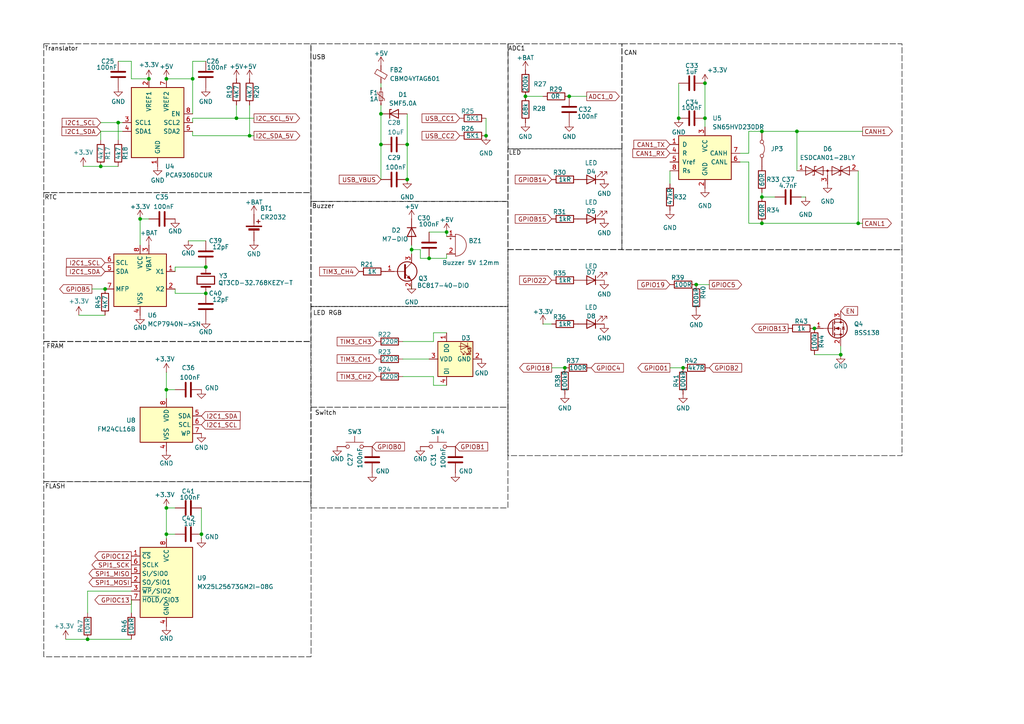
<source format=kicad_sch>
(kicad_sch (version 20250114) (generator "eeschema") (generator_version "9.0")
  (paper "A4")
  (title_block (title "IoT Logger B -  Peripherals") (date "2026-01-24") (rev "1.0") (company "Piotr Kłyś"))
  (rectangle (start 12.7 99.06) (end 90.2212 139.7) (stroke (width 0) (type dash) (color 0 0 0 1)))
  (rectangle (start 90.17 118.11) (end 147.32 147.32) (stroke (width 0) (type dash) (color 0 0 0 1)))
  (rectangle (start 180.3784 12.6999) (end 261.62 72.4552) (stroke (width 0) (type dash) (color 0 0 0 1)))
  (rectangle (start 12.7 55.88) (end 90.2212 99.06) (stroke (width 0) (type dash) (color 0 0 0 1)))
  (rectangle (start 147.32 43.18) (end 180.3822 72.39) (stroke (width 0) (type dash) (color 0 0 0 1)))
  (rectangle (start 12.7 139.7) (end 90.2212 190.5) (stroke (width 0) (type dash) (color 0 0 0 1)))
  (rectangle (start 147.3678 12.7) (end 180.3878 43.1494) (stroke (width 0) (type dash) (color 0 0 0 1)))
  (rectangle (start 90.17 58.42) (end 147.32 88.9) (stroke (width 0) (type dash) (color 0 0 0 1)))
  (rectangle (start 12.7 12.7) (end 90.17 55.88) (stroke (width 0) (type dash) (color 0 0 0 1)))
  (rectangle (start 147.32 72.3919) (end 261.62 132.1472) (stroke (width 0) (type dash) (color 0 0 0 1)))
  (rectangle (start 90.1936 12.6999) (end 147.3436 58.4205) (stroke (width 0) (type dash) (color 0 0 0 1)))
  (rectangle (start 90.17 88.9) (end 147.32 118.11) (stroke (width 0) (type dash) (color 0 0 0 1)))
  (text "USB" (at 92.456 16.764 0) (effects (font (size 1.27 1.27))))
  (text "CAN" (at 182.88 15.494 0) (effects (font (size 1.27 1.27))))
  (text "Switch" (at 94.488 119.888 0) (effects (font (size 1.27 1.27))))
  (text "FRAM" (at 16.002 100.584 0) (effects (font (size 1.27 1.27))))
  (text "Translator" (at 17.78 14.224 0) (effects (font (size 1.27 1.27))))
  (text "Buzzer" (at 93.726 59.944 0) (effects (font (size 1.27 1.27))))
  (text "FLASH" (at 16.002 141.224 0) (effects (font (size 1.27 1.27))))
  (text "LED RGB" (at 94.996 90.932 0) (effects (font (size 1.27 1.27))))
  (text "RTC" (at 14.732 57.404 0) (effects (font (size 1.27 1.27))))
  (text "ADC1" (at 149.86 14.224 0) (effects (font (size 1.27 1.27))))
  (text "LED" (at 149.352 44.45 0) (effects (font (size 1.27 1.27))))
  (junction (at 110.49 41.91))
  (junction (at 198.12 106.68))
  (junction (at 129.54 67.31))
  (junction (at 59.69 85.09))
  (junction (at 119.38 72.39))
  (junction (at 124.46 74.93))
  (junction (at 25.4 185.42))
  (junction (at 140.97 39.37))
  (junction (at 220.98 64.77))
  (junction (at 48.26 113.03))
  (junction (at 59.69 77.47))
  (junction (at 110.49 33.02))
  (junction (at 55.88 22.86))
  (junction (at 118.11 52.07))
  (junction (at 68.58 34.29))
  (junction (at 204.47 24.13))
  (junction (at 118.11 41.91))
  (junction (at 201.93 82.55))
  (junction (at 220.98 57.15))
  (junction (at 72.39 39.37))
  (junction (at 204.47 34.29))
  (junction (at 30.48 83.82))
  (junction (at 48.26 147.32))
  (junction (at 248.92 64.77))
  (junction (at 196.85 34.29))
  (junction (at 163.83 106.68))
  (junction (at 236.22 95.25))
  (junction (at 29.21 48.26))
  (junction (at 231.14 38.1))
  (junction (at 243.84 102.87))
  (junction (at 165.1 27.94))
  (junction (at 48.26 22.86))
  (junction (at 48.26 154.94))
  (junction (at 40.64 63.5))
  (junction (at 43.18 22.86))
  (junction (at 220.98 38.1))
  (junction (at 152.4 27.94))
  (junction (at 34.29 35.56))
  (junction (at 58.42 154.94))
  (wire (pts (xy 194.31 106.68) (xy 198.12 106.68)))
  (wire (pts (xy 217.17 38.1) (xy 220.98 38.1)))
  (wire (pts (xy 124.46 74.93) (xy 129.54 74.93)))
  (wire (pts (xy 121.92 72.39) (xy 119.38 72.39)))
  (wire (pts (xy 214.63 44.45) (xy 217.17 44.45)))
  (wire (pts (xy 29.21 48.26) (xy 34.29 48.26)))
  (wire (pts (xy 55.88 34.29) (xy 68.58 34.29)))
  (wire (pts (xy 160.02 106.68) (xy 163.83 106.68)))
  (wire (pts (xy 116.84 99.06) (xy 125.73 99.06)))
  (wire (pts (xy 165.1 27.94) (xy 170.18 27.94)))
  (wire (pts (xy 55.88 39.37) (xy 72.39 39.37)))
  (wire (pts (xy 119.38 83.82) (xy 119.38 82.55)))
  (wire (pts (xy 196.85 24.13) (xy 196.85 34.29)))
  (wire (pts (xy 217.17 38.1) (xy 217.17 44.45)))
  (wire (pts (xy 121.92 74.93) (xy 121.92 72.39)))
  (wire (pts (xy 40.64 63.5) (xy 40.64 71.12)))
  (wire (pts (xy 22.86 91.44) (xy 30.48 91.44)))
  (wire (pts (xy 129.54 67.31) (xy 129.54 68.58)))
  (wire (pts (xy 38.1 173.99) (xy 38.1 177.8)))
  (wire (pts (xy 58.42 154.94) (xy 58.42 147.32)))
  (wire (pts (xy 48.26 113.03) (xy 50.8 113.03)))
  (wire (pts (xy 55.88 22.86) (xy 55.88 33.02)))
  (wire (pts (xy 68.58 30.48) (xy 68.58 34.29)))
  (wire (pts (xy 50.8 83.82) (xy 50.8 85.09)))
  (wire (pts (xy 119.38 73.66) (xy 119.38 72.39)))
  (wire (pts (xy 48.26 107.95) (xy 48.26 113.03)))
  (wire (pts (xy 140.97 34.29) (xy 140.97 39.37)))
  (wire (pts (xy 38.1 17.78) (xy 38.1 22.86)))
  (wire (pts (xy 34.29 35.56) (xy 34.29 40.64)))
  (wire (pts (xy 232.41 57.15) (xy 233.68 57.15)))
  (wire (pts (xy 152.4 27.94) (xy 157.48 27.94)))
  (wire (pts (xy 48.26 147.32) (xy 50.8 147.32)))
  (wire (pts (xy 217.17 46.99) (xy 217.17 64.77)))
  (wire (pts (xy 55.88 17.78) (xy 59.69 17.78)))
  (wire (pts (xy 220.98 64.77) (xy 248.92 64.77)))
  (wire (pts (xy 50.8 77.47) (xy 59.69 77.47)))
  (wire (pts (xy 25.4 171.45) (xy 25.4 177.8)))
  (wire (pts (xy 48.26 22.86) (xy 55.88 22.86)))
  (wire (pts (xy 243.84 102.87) (xy 243.84 100.33)))
  (wire (pts (xy 58.42 154.94) (xy 58.42 156.21)))
  (wire (pts (xy 29.21 35.56) (xy 34.29 35.56)))
  (wire (pts (xy 43.18 22.86) (xy 38.1 22.86)))
  (wire (pts (xy 25.4 185.42) (xy 38.1 185.42)))
  (wire (pts (xy 110.49 30.48) (xy 110.49 33.02)))
  (wire (pts (xy 26.67 83.82) (xy 30.48 83.82)))
  (wire (pts (xy 54.61 69.85) (xy 59.69 69.85)))
  (wire (pts (xy 125.73 111.76) (xy 129.54 111.76)))
  (wire (pts (xy 129.54 74.93) (xy 129.54 73.66)))
  (wire (pts (xy 118.11 41.91) (xy 118.11 52.07)))
  (wire (pts (xy 220.98 55.88) (xy 220.98 57.15)))
  (wire (pts (xy 214.63 46.99) (xy 217.17 46.99)))
  (wire (pts (xy 110.49 41.91) (xy 110.49 52.07)))
  (wire (pts (xy 55.88 22.86) (xy 55.88 17.78)))
  (wire (pts (xy 116.84 104.14) (xy 124.46 104.14)))
  (wire (pts (xy 236.22 102.87) (xy 243.84 102.87)))
  (wire (pts (xy 129.54 67.31) (xy 124.46 67.31)))
  (wire (pts (xy 110.49 33.02) (xy 110.49 41.91)))
  (wire (pts (xy 194.31 49.53) (xy 194.31 53.34)))
  (wire (pts (xy 50.8 85.09) (xy 59.69 85.09)))
  (wire (pts (xy 124.46 74.93) (xy 121.92 74.93)))
  (wire (pts (xy 201.93 82.55) (xy 205.74 82.55)))
  (wire (pts (xy 231.14 38.1) (xy 231.14 49.53)))
  (wire (pts (xy 125.73 96.52) (xy 129.54 96.52)))
  (wire (pts (xy 110.49 25.4) (xy 110.49 24.13)))
  (wire (pts (xy 38.1 17.78) (xy 34.29 17.78)))
  (wire (pts (xy 55.88 39.37) (xy 55.88 38.1)))
  (wire (pts (xy 220.98 57.15) (xy 224.79 57.15)))
  (wire (pts (xy 29.21 38.1) (xy 35.56 38.1)))
  (wire (pts (xy 43.18 63.5) (xy 40.64 63.5)))
  (wire (pts (xy 157.48 93.98) (xy 160.02 93.98)))
  (wire (pts (xy 48.26 154.94) (xy 48.26 156.21)))
  (wire (pts (xy 50.8 78.74) (xy 50.8 77.47)))
  (wire (pts (xy 248.92 64.77) (xy 250.19 64.77)))
  (wire (pts (xy 248.92 49.53) (xy 248.92 64.77)))
  (wire (pts (xy 119.38 71.12) (xy 119.38 72.39)))
  (wire (pts (xy 73.66 39.37) (xy 72.39 39.37)))
  (wire (pts (xy 220.98 38.1) (xy 231.14 38.1)))
  (wire (pts (xy 217.17 64.77) (xy 220.98 64.77)))
  (wire (pts (xy 72.39 30.48) (xy 72.39 39.37)))
  (wire (pts (xy 68.58 34.29) (xy 73.66 34.29)))
  (wire (pts (xy 116.84 109.22) (xy 125.73 109.22)))
  (wire (pts (xy 34.29 35.56) (xy 35.56 35.56)))
  (wire (pts (xy 204.47 34.29) (xy 204.47 36.83)))
  (wire (pts (xy 125.73 99.06) (xy 125.73 96.52)))
  (wire (pts (xy 24.13 48.26) (xy 29.21 48.26)))
  (wire (pts (xy 48.26 147.32) (xy 48.26 154.94)))
  (wire (pts (xy 55.88 35.56) (xy 55.88 34.29)))
  (wire (pts (xy 19.05 185.42) (xy 25.4 185.42)))
  (wire (pts (xy 48.26 154.94) (xy 50.8 154.94)))
  (wire (pts (xy 204.47 24.13) (xy 204.47 34.29)))
  (wire (pts (xy 231.14 38.1) (xy 250.19 38.1)))
  (wire (pts (xy 48.26 113.03) (xy 48.26 115.57)))
  (wire (pts (xy 29.21 38.1) (xy 29.21 40.64)))
  (wire (pts (xy 38.1 171.45) (xy 25.4 171.45)))
  (wire (pts (xy 118.11 33.02) (xy 118.11 41.91)))
  (wire (pts (xy 125.73 109.22) (xy 125.73 111.76)))
  (global_label "GPIOC13" (shape output) (at 38.1 173.99 180) (property "Intersheetrefs" "${INTERSHEET_REFS}" (effects (hide yes))))
  (global_label "I2C1_SCL" (shape input) (at 30.48 76.2 180) (property "Intersheetrefs" "${INTERSHEET_REFS}" (effects (hide yes))))
  (global_label "USB_CC1" (shape input) (at 133.35 34.29 180) (property "Intersheetrefs" "${INTERSHEET_REFS}" (effects (hide yes))))
  (global_label "GPIOC12" (shape output) (at 38.1 161.29 180) (property "Intersheetrefs" "${INTERSHEET_REFS}" (effects (hide yes))))
  (global_label "I2C1_SCL" (shape input) (at 29.21 35.56 180) (property "Intersheetrefs" "${INTERSHEET_REFS}" (effects (hide yes))))
  (global_label "SPI1_MOSI" (shape output) (at 38.1 168.91 180) (property "Intersheetrefs" "${INTERSHEET_REFS}" (effects (hide yes))))
  (global_label "SPI1_SCK" (shape output) (at 38.1 163.83 180) (property "Intersheetrefs" "${INTERSHEET_REFS}" (effects (hide yes))))
  (global_label "GPIOB2" (shape input) (at 205.74 106.68 0) (property "Intersheetrefs" "${INTERSHEET_REFS}" (effects (hide yes))))
  (global_label "USB_CC2" (shape input) (at 133.35 39.37 180) (property "Intersheetrefs" "${INTERSHEET_REFS}" (effects (hide yes))))
  (global_label "SPI1_MISO" (shape output) (at 38.1 166.37 180) (property "Intersheetrefs" "${INTERSHEET_REFS}" (effects (hide yes))))
  (global_label "CAN1_TX" (shape input) (at 194.31 41.91 180) (property "Intersheetrefs" "${INTERSHEET_REFS}" (effects (hide yes))))
  (global_label "GPIOB15" (shape input) (at 160.02 63.5 180) (property "Intersheetrefs" "${INTERSHEET_REFS}" (effects (hide yes))))
  (global_label "TIM3_CH4" (shape input) (at 104.14 78.74 180) (property "Intersheetrefs" "${INTERSHEET_REFS}" (effects (hide yes))))
  (global_label "CANL1" (shape output) (at 250.19 64.77 0) (property "Intersheetrefs" "${INTERSHEET_REFS}" (effects (hide yes))))
  (global_label "I2C1_SDA" (shape input) (at 58.42 120.65 0) (property "Intersheetrefs" "${INTERSHEET_REFS}" (effects (hide yes))))
  (global_label "TIM3_CH3" (shape input) (at 109.22 99.06 180) (property "Intersheetrefs" "${INTERSHEET_REFS}" (effects (hide yes))))
  (global_label "GPIOB0" (shape input) (at 107.95 129.54 0) (property "Intersheetrefs" "${INTERSHEET_REFS}" (effects (hide yes))))
  (global_label "GPIOC4" (shape input) (at 171.45 106.68 0) (property "Intersheetrefs" "${INTERSHEET_REFS}" (effects (hide yes))))
  (global_label "GPIOB1" (shape input) (at 132.08 129.54 0) (property "Intersheetrefs" "${INTERSHEET_REFS}" (effects (hide yes))))
  (global_label "GPIOB14" (shape input) (at 160.02 52.07 180) (property "Intersheetrefs" "${INTERSHEET_REFS}" (effects (hide yes))))
  (global_label "GPIO22" (shape input) (at 160.02 81.28 180) (property "Intersheetrefs" "${INTERSHEET_REFS}" (effects (hide yes))))
  (global_label "USB_VBUS" (shape input) (at 110.49 52.07 180) (property "Intersheetrefs" "${INTERSHEET_REFS}" (effects (hide yes))))
  (global_label "TIM3_CH1" (shape input) (at 109.22 104.14 180) (property "Intersheetrefs" "${INTERSHEET_REFS}" (effects (hide yes))))
  (global_label "CANH1" (shape output) (at 250.19 38.1 0) (property "Intersheetrefs" "${INTERSHEET_REFS}" (effects (hide yes))))
  (global_label "CAN1_RX" (shape input) (at 194.31 44.45 180) (property "Intersheetrefs" "${INTERSHEET_REFS}" (effects (hide yes))))
  (global_label "GPIO18" (shape output) (at 160.02 106.68 180) (property "Intersheetrefs" "${INTERSHEET_REFS}" (effects (hide yes))))
  (global_label "I2C_SCL_5V" (shape output) (at 73.66 34.29 0) (property "Intersheetrefs" "${INTERSHEET_REFS}" (effects (hide yes))))
  (global_label "GPIOB13" (shape output) (at 228.6 95.25 180) (property "Intersheetrefs" "${INTERSHEET_REFS}" (effects (hide yes))))
  (global_label "I2C1_SDA" (shape input) (at 30.48 78.74 180) (property "Intersheetrefs" "${INTERSHEET_REFS}" (effects (hide yes))))
  (global_label "EN" (shape input) (at 243.84 90.17 0) (property "Intersheetrefs" "${INTERSHEET_REFS}" (effects (hide yes))))
  (global_label "TIM3_CH2" (shape input) (at 109.22 109.22 180) (property "Intersheetrefs" "${INTERSHEET_REFS}" (effects (hide yes))))
  (global_label "I2C1_SCL" (shape input) (at 58.42 123.19 0) (property "Intersheetrefs" "${INTERSHEET_REFS}" (effects (hide yes))))
  (global_label "I2C1_SDA" (shape input) (at 29.21 38.1 180) (property "Intersheetrefs" "${INTERSHEET_REFS}" (effects (hide yes))))
  (global_label "GPIO01" (shape output) (at 194.31 106.68 180) (property "Intersheetrefs" "${INTERSHEET_REFS}" (effects (hide yes))))
  (global_label "GPIOB5" (shape output) (at 26.67 83.82 180) (property "Intersheetrefs" "${INTERSHEET_REFS}" (effects (hide yes))))
  (global_label "GPIOC5" (shape output) (at 205.74 82.55 0) (property "Intersheetrefs" "${INTERSHEET_REFS}" (effects (hide yes))))
  (global_label "GPIO19" (shape input) (at 194.31 82.55 180) (property "Intersheetrefs" "${INTERSHEET_REFS}" (effects (hide yes))))
  (global_label "ADC1_0" (shape output) (at 170.18 27.94 0) (property "Intersheetrefs" "${INTERSHEET_REFS}" (effects (hide yes))))
  (global_label "I2C_SDA_5V" (shape output) (at 73.66 39.37 0) (property "Intersheetrefs" "${INTERSHEET_REFS}" (effects (hide yes))))
  (symbol (lib_id "power:+3.3V") (at 157.48 93.98 0) (unit 1)
    (property "Reference" "#PWR076" (effects (hide yes)))
    (property "Value" "+3.3V" (at 157.48 90.424 0))
    (property "Description" "Power symbol creates a global label with name \"+3.3V\"" (effects (hide yes)))
  )
  (symbol (lib_id "Device:R") (at 29.21 44.45 180) (unit 1)
    (property "Reference" "R17" (at 31.242 44.45 90))
    (property "Value" "4k7" (at 29.21 44.45 90))
    (property "Footprint" "Resistor_SMD:R_0603_1608Metric" (effects (hide yes)))
    (property "Description" "Resistor" (effects (hide yes)))
  )
  (symbol (lib_id "Device:R") (at 25.4 181.61 0) (unit 1)
    (property "Reference" "R47" (at 23.368 181.61 90))
    (property "Value" "10kR" (at 25.4 181.61 90))
    (property "Footprint" "Resistor_SMD:R_0603_1608Metric" (effects (hide yes)))
    (property "Description" "Resistor" (effects (hide yes)))
  )
  (symbol (lib_id "Device:R") (at 163.83 110.49 180) (unit 1)
    (property "Reference" "R38" (at 161.798 110.49 90))
    (property "Value" "100kR" (at 163.83 110.49 90))
    (property "Footprint" "Resistor_SMD:R_0603_1608Metric" (effects (hide yes)))
    (property "Description" "Resistor" (effects (hide yes)))
  )
  (symbol (lib_id "power:GND") (at 163.83 114.3 0) (unit 1)
    (property "Reference" "#PWR0101" (effects (hide yes)))
    (property "Value" "GND" (at 163.83 118.364 0))
    (property "Description" "Power symbol creates a global label with name \"GND\" , ground" (effects (hide yes)))
  )
  (symbol (lib_id "power:GND") (at 48.26 130.81 0) (unit 1)
    (property "Reference" "#PWR0114" (effects (hide yes)))
    (property "Value" "GND" (at 48.26 134.366 0))
    (property "Description" "Power symbol creates a global label with name \"GND\" , ground" (effects (hide yes)))
  )
  (symbol (lib_id "power:+3.3V") (at 40.64 63.5 0) (unit 1)
    (property "Reference" "#PWR0111" (effects (hide yes)))
    (property "Value" "+3.3V" (at 40.64 59.944 0))
    (property "Description" "Power symbol creates a global label with name \"+3.3V\"" (effects (hide yes)))
  )
  (symbol (lib_id "power:GND") (at 73.66 69.85 0) (unit 1)
    (property "Reference" "#PWR0112" (effects (hide yes)))
    (property "Value" "GND" (at 73.66 73.66 0))
    (property "Description" "Power symbol creates a global label with name \"GND\" , ground" (effects (hide yes)))
  )
  (symbol (lib_id "power:+3.3V") (at 48.26 147.32 0) (unit 1)
    (property "Reference" "#PWR0119" (effects (hide yes)))
    (property "Value" "+3.3V" (at 47.752 143.51 0))
    (property "Description" "Power symbol creates a global label with name \"+3.3V\"" (effects (hide yes)))
  )
  (symbol (lib_id "Device:R") (at 68.58 26.67 0) (unit 1)
    (property "Reference" "R19" (at 66.548 26.67 90))
    (property "Value" "4K7" (at 68.58 26.67 90))
    (property "Footprint" "Resistor_SMD:R_0603_1608Metric" (effects (hide yes)))
    (property "Description" "Resistor" (effects (hide yes)))
  )
  (symbol (lib_id "power:GND") (at 58.42 113.03 0) (unit 1)
    (property "Reference" "#PWR0116" (effects (hide yes)))
    (property "Value" "GND" (at 61.468 112.522 0))
    (property "Description" "Power symbol creates a global label with name \"GND\" , ground" (effects (hide yes)))
  )
  (symbol (lib_id "Interface:PCA9306") (at 45.72 35.56 0) (unit 1)
    (property "Reference" "U4" (at 47.8633 48.26 0) (effects (justify left)))
    (property "Value" "PCA9306DCUR" (at 47.8633 50.8 0) (effects (justify left)))
    (property "Footprint" "Package_SO:VSSOP-8_2.3x2mm_P0.5mm" (effects (hide yes)))
    (property "Datasheet" "http://www.ti.com/lit/ds/symlink/pca9306.pdf" (effects (hide yes)))
    (property "Description" "Dual bidirectional I2C Bus and SMBus voltage level translator" (effects (hide yes)))
  )
  (symbol (lib_id "power:GND") (at 54.61 69.85 0) (unit 1)
    (property "Reference" "#PWR0109" (effects (hide yes)))
    (property "Value" "GND" (at 54.61 73.406 0))
    (property "Description" "Power symbol creates a global label with name \"GND\" , ground" (effects (hide yes)))
  )
  (symbol (lib_id "Device:C") (at 200.66 34.29 270) (unit 1)
    (property "Reference" "C34" (at 200.66 29.718 90))
    (property "Value" "100nF" (at 200.66 31.242 90))
    (property "Footprint" "Capacitor_SMD:C_0603_1608Metric" (effects (hide yes)))
    (property "Description" "Unpolarized capacitor" (effects (hide yes)))
  )
  (symbol (lib_id "power:GND") (at 233.68 57.15 0) (unit 1)
    (property "Reference" "#PWR077" (effects (hide yes)))
    (property "Value" "GND" (at 233.68 62.23 0))
    (property "Description" "Power symbol creates a global label with name \"GND\" , ground" (effects (hide yes)))
  )
  (symbol (lib_id "power:+3.3V") (at 24.13 48.26 0) (unit 1)
    (property "Reference" "#PWR046" (effects (hide yes)))
    (property "Value" "+3.3V" (at 24.13 44.196 0))
    (property "Description" "Power symbol creates a global label with name \"+3.3V\"" (effects (hide yes)))
  )
  (symbol (lib_id "power:GND") (at 175.26 81.28 0) (unit 1)
    (property "Reference" "#PWR074" (effects (hide yes)))
    (property "Value" "GND" (at 175.26 85.344 0))
    (property "Description" "Power symbol creates a global label with name \"GND\" , ground" (effects (hide yes)))
  )
  (symbol (lib_id "Device:C") (at 114.3 52.07 270) (unit 1)
    (property "Reference" "C29" (at 114.3 45.72 90))
    (property "Value" "100nF" (at 114.808 48.514 90))
    (property "Footprint" "Capacitor_SMD:C_0603_1608Metric" (effects (hide yes)))
    (property "Description" "Unpolarized capacitor" (effects (hide yes)))
  )
  (symbol (lib_id "power:GND") (at 121.92 129.54 0) (unit 1)
    (property "Reference" "#PWR060" (effects (hide yes)))
    (property "Value" "GND" (at 121.92 133.096 0))
    (property "Description" "Power symbol creates a global label with name \"GND\" , ground" (effects (hide yes)))
  )
  (symbol (lib_id "Device:R") (at 113.03 104.14 270) (unit 1)
    (property "Reference" "R23" (at 111.506 102.108 90))
    (property "Value" "220R" (at 113.03 104.14 90))
    (property "Footprint" "Resistor_SMD:R_0603_1608Metric" (effects (hide yes)))
    (property "Description" "Resistor" (effects (hide yes)))
  )
  (symbol (lib_id "Memory_NVRAM:FM24CL16B") (at 48.26 123.19 0) (unit 1)
    (property "Reference" "U8" (at 39.37 121.9199 0) (effects (justify right)))
    (property "Value" "FM24CL16B" (at 39.37 124.4599 0) (effects (justify right)))
    (property "Footprint" "Package_SO:SOIC-8_3.9x4.9mm_P1.27mm" (effects (hide yes)))
    (property "Datasheet" "https://www.infineon.com/dgdl/Infineon-FM24CL16B_16-Kbit_(2_K_8)_Serial_(I2C)_F-RAM-DataSheet-v13_00-EN.pdf?fileId=8ac78c8c7d0d8da4017d0ec99cb241e9" (effects (hide yes)))
    (property "Description" "16Kb serial FRAM nonvolatile Memory, SOIC-8" (effects (hide yes)))
  )
  (symbol (lib_id "Device:R") (at 137.16 39.37 270) (unit 1)
    (property "Reference" "R26" (at 135.636 37.338 90))
    (property "Value" "5K1" (at 137.16 39.37 90))
    (property "Footprint" "Resistor_SMD:R_0603_1608Metric" (effects (hide yes)))
    (property "Description" "Resistor" (effects (hide yes)))
  )
  (symbol (lib_id "power:GND") (at 243.84 102.87 0) (unit 1)
    (property "Reference" "#PWR0105" (effects (hide yes)))
    (property "Value" "GND" (at 243.84 106.172 0))
    (property "Description" "Power symbol creates a global label with name \"GND\" , ground" (effects (hide yes)))
  )
  (symbol (lib_id "power:+3.3V") (at 43.18 71.12 0) (unit 1)
    (property "Reference" "#PWR0108" (effects (hide yes)))
    (property "Value" "+BAT" (at 43.18 67.564 0))
    (property "Description" "Power symbol creates a global label with name \"+3.3V\"" (effects (hide yes)))
  )
  (symbol (lib_id "Device:LED") (at 171.45 63.5 180) (unit 1)
    (property "Reference" "D5" (at 171.45 61.214 0))
    (property "Value" "LED" (at 171.45 58.674 0))
    (property "Footprint" "LED_SMD:LED_0603_1608Metric" (effects (hide yes)))
    (property "Description" "Light emitting diode" (effects (hide yes)))
    (property "Sim.Pins" "1=K 2=A" (effects (hide yes)))
  )
  (symbol (lib_id "Interface_CAN_LIN:SN65HVD230") (at 204.47 44.45 0) (unit 1)
    (property "Reference" "U5" (at 206.6133 34.29 0) (effects (justify left)))
    (property "Value" "SN65HVD230DR" (at 206.6133 36.83 0) (effects (justify left)))
    (property "Footprint" "Package_SO:SOIC-8_3.9x4.9mm_P1.27mm" (effects (hide yes)))
    (property "Datasheet" "http://www.ti.com/lit/ds/symlink/sn65hvd230.pdf" (effects (hide yes)))
    (property "Description" "CAN Bus Transceivers, 3.3V, 1Mbps, Low-Power capabilities, SOIC-8" (effects (hide yes)))
  )
  (symbol (lib_id "Device:C") (at 54.61 147.32 270) (unit 1)
    (property "Reference" "C41" (at 54.61 142.494 90))
    (property "Value" "100nF" (at 55.118 144.272 90))
    (property "Footprint" "Capacitor_SMD:C_0603_1608Metric" (effects (hide yes)))
    (property "Description" "Unpolarized capacitor" (effects (hide yes)))
  )
  (symbol (lib_id "Device:R") (at 34.29 44.45 180) (unit 1)
    (property "Reference" "R18" (at 36.322 44.45 90))
    (property "Value" "4k7" (at 34.29 44.45 90))
    (property "Footprint" "Resistor_SMD:R_0603_1608Metric" (effects (hide yes)))
    (property "Description" "Resistor" (effects (hide yes)))
  )
  (symbol (lib_id "Device:C") (at 132.08 133.35 0) (unit 1)
    (property "Reference" "C31" (at 125.73 133.35 90))
    (property "Value" "100nF" (at 128.524 132.842 90))
    (property "Footprint" "Capacitor_SMD:C_0603_1608Metric" (effects (hide yes)))
    (property "Description" "Unpolarized capacitor" (effects (hide yes)))
  )
  (symbol (lib_id "Device:R") (at 220.98 60.96 0) (unit 1)
    (property "Reference" "R34" (at 222.25 60.96 0) (effects (justify left)))
    (property "Value" "60R" (at 220.98 62.992 90) (effects (justify left)))
    (property "Footprint" "Resistor_SMD:R_0603_1608Metric" (effects (hide yes)))
    (property "Description" "Resistor" (effects (hide yes)))
  )
  (symbol (lib_id "power:GND") (at 194.31 60.96 0) (unit 1)
    (property "Reference" "#PWR070" (effects (hide yes)))
    (property "Value" "GND" (at 194.31 66.04 0))
    (property "Description" "Power symbol creates a global label with name \"GND\" , ground" (effects (hide yes)))
  )
  (symbol (lib_id "power:GND") (at 119.38 82.55 0) (unit 1)
    (property "Reference" "#PWR059" (effects (hide yes)))
    (property "Value" "GND" (at 119.38 87.63 0))
    (property "Description" "Power symbol creates a global label with name \"GND\" , ground" (effects (hide yes)))
  )
  (symbol (lib_id "Device:R") (at 72.39 26.67 180) (unit 1)
    (property "Reference" "R20" (at 74.422 26.67 90))
    (property "Value" "4K7" (at 72.39 26.67 90))
    (property "Footprint" "Resistor_SMD:R_0603_1608Metric" (effects (hide yes)))
    (property "Description" "Resistor" (effects (hide yes)))
  )
  (symbol (lib_id "power:GND") (at 165.1 35.56 0) (unit 1)
    (property "Reference" "#PWR067" (effects (hide yes)))
    (property "Value" "GND" (at 165.1 39.624 0))
    (property "Description" "Power symbol creates a global label with name \"GND\" , ground" (effects (hide yes)))
  )
  (symbol (lib_id "power:GND") (at 152.4 35.56 0) (unit 1)
    (property "Reference" "#PWR066" (effects (hide yes)))
    (property "Value" "GND" (at 152.4 39.624 0))
    (property "Description" "Power symbol creates a global label with name \"GND\" , ground" (effects (hide yes)))
  )
  (symbol (lib_id "Device:LED") (at 171.45 81.28 180) (unit 1)
    (property "Reference" "D7" (at 171.45 78.994 0))
    (property "Value" "LED" (at 171.45 77.216 0))
    (property "Footprint" "LED_SMD:LED_0603_1608Metric" (effects (hide yes)))
    (property "Description" "Light emitting diode" (effects (hide yes)))
    (property "Sim.Pins" "1=K 2=A" (effects (hide yes)))
  )
  (symbol (lib_id "Device:R") (at 161.29 27.94 270) (unit 1)
    (property "Reference" "R29" (at 159.258 25.908 90) (effects (justify left)))
    (property "Value" "0R" (at 159.766 27.94 90) (effects (justify left)))
    (property "Footprint" "Resistor_SMD:R_0603_1608Metric" (effects (hide yes)))
    (property "Description" "Resistor" (effects (hide yes)))
  )
  (symbol (lib_id "Device:Crystal") (at 59.69 81.28 270) (unit 1)
    (property "Reference" "Y3" (at 63.5 80.0099 90) (effects (justify left)))
    (property "Value" "QT3CD-32.768KEZY-T" (at 63.246 82.042 90) (effects (justify left)))
    (property "Footprint" "Crystal:Crystal_SMD_3215-2Pin_3.2x1.5mm" (effects (hide yes)))
    (property "Description" "Two pin crystal" (effects (hide yes)))
  )
  (symbol (lib_id "Device:R") (at 201.93 86.36 180) (unit 1)
    (property "Reference" "R40" (at 203.962 84.836 90))
    (property "Value" "100kR" (at 201.93 86.36 90))
    (property "Footprint" "Resistor_SMD:R_0603_1608Metric" (effects (hide yes)))
    (property "Description" "Resistor" (effects (hide yes)))
  )
  (symbol (lib_id "Device:R") (at 201.93 106.68 270) (unit 1)
    (property "Reference" "R42" (at 200.406 104.648 90))
    (property "Value" "4k7R" (at 201.93 106.68 90))
    (property "Footprint" "Resistor_SMD:R_0603_1608Metric" (effects (hide yes)))
    (property "Description" "Resistor" (effects (hide yes)))
  )
  (symbol (lib_id "Device:R") (at 30.48 87.63 0) (unit 1)
    (property "Reference" "R45" (at 28.448 87.63 90))
    (property "Value" "4K7" (at 30.48 87.63 90))
    (property "Footprint" "Resistor_SMD:R_0603_1608Metric" (effects (hide yes)))
    (property "Description" "Resistor" (effects (hide yes)))
  )
  (symbol (lib_id "Device:C") (at 34.29 21.59 0) (unit 1)
    (property "Reference" "C25" (at 31.242 17.78 0))
    (property "Value" "100nF" (at 30.988 19.558 0))
    (property "Footprint" "Capacitor_SMD:C_0603_1608Metric" (effects (hide yes)))
    (property "Description" "Unpolarized capacitor" (effects (hide yes)))
  )
  (symbol (lib_id "Device:R") (at 163.83 81.28 270) (unit 1)
    (property "Reference" "R35" (at 162.306 79.248 90))
    (property "Value" "1kR" (at 163.83 81.28 90))
    (property "Footprint" "Resistor_SMD:R_0603_1608Metric" (effects (hide yes)))
    (property "Description" "Resistor" (effects (hide yes)))
  )
  (symbol (lib_id "power:GND") (at 118.11 52.07 0) (unit 1)
    (property "Reference" "#PWR057" (effects (hide yes)))
    (property "Value" "GND" (at 118.11 57.15 0))
    (property "Description" "Power symbol creates a global label with name \"GND\" , ground" (effects (hide yes)))
  )
  (symbol (lib_id "power:+5V") (at 110.49 19.05 0) (unit 1)
    (property "Reference" "#PWR056" (effects (hide yes)))
    (property "Value" "+5V" (at 108.458 15.494 0) (effects (justify left)))
    (property "Description" "Power symbol creates a global label with name \"+5V\"" (effects (hide yes)))
  )
  (symbol (lib_id "Device:Battery_Cell") (at 73.66 67.31 0) (unit 1)
    (property "Reference" "BT1" (at 75.438 60.452 0) (effects (justify left)))
    (property "Value" "CR2032" (at 75.438 62.992 0) (effects (justify left)))
    (property "Footprint" "Battery:BatteryHolder_Keystone_1060_1x2032" (effects (hide yes)))
    (property "Description" "Single-cell battery" (effects (hide yes)))
  )
  (symbol (lib_id "power:+5V") (at 48.26 22.86 0) (unit 1)
    (property "Reference" "#PWR050" (effects (hide yes)))
    (property "Value" "+5V" (at 48.26 19.304 0))
    (property "Description" "Power symbol creates a global label with name \"+5V\"" (effects (hide yes)))
  )
  (symbol (lib_id "Memory_Flash:MX25L3233FM2") (at 48.26 168.91 0) (unit 1)
    (property "Reference" "U9" (at 57.15 167.6399 0) (effects (justify left)))
    (property "Value" "MX25L25673GM2I-08G" (at 57.15 170.1799 0) (effects (justify left)))
    (property "Footprint" "Package_SO:SOIC-8_5.3x5.3mm_P1.27mm" (effects (hide yes)))
    (property "Datasheet" "https://www.macronix.com/Lists/Datasheet/Attachments/8933/MX25L3233F,%203V,%2032Mb,%20v1.7.pdf" (effects (hide yes)))
    (property "Description" "32-Mbit, 3V (2.65V-3.6V) SPI Serial Flash Memory, SOIC-8 (SOP-8, 208 mil)" (effects (hide yes)))
  )
  (symbol (lib_id "power:GND") (at 50.8 63.5 0) (unit 1)
    (property "Reference" "#PWR0107" (effects (hide yes)))
    (property "Value" "GND" (at 50.8 67.056 0))
    (property "Description" "Power symbol creates a global label with name \"GND\" , ground" (effects (hide yes)))
  )
  (symbol (lib_id "power:+3.3V") (at 73.66 62.23 0) (unit 1)
    (property "Reference" "#PWR0113" (effects (hide yes)))
    (property "Value" "+BAT" (at 73.66 58.674 0))
    (property "Description" "Power symbol creates a global label with name \"+3.3V\"" (effects (hide yes)))
  )
  (symbol (lib_id "Device:R") (at 198.12 82.55 270) (unit 1)
    (property "Reference" "R39" (at 196.596 80.518 90))
    (property "Value" "100R" (at 198.12 82.55 90))
    (property "Footprint" "Resistor_SMD:R_0603_1608Metric" (effects (hide yes)))
    (property "Description" "Resistor" (effects (hide yes)))
  )
  (symbol (lib_id "Device:R") (at 113.03 109.22 270) (unit 1)
    (property "Reference" "R24" (at 111.506 107.188 90))
    (property "Value" "220R" (at 113.03 109.22 90))
    (property "Footprint" "Resistor_SMD:R_0603_1608Metric" (effects (hide yes)))
    (property "Description" "Resistor" (effects (hide yes)))
  )
  (symbol (lib_id "power:GND") (at 40.64 91.44 0) (unit 1)
    (property "Reference" "#PWR0106" (effects (hide yes)))
    (property "Value" "GND" (at 40.64 94.996 0))
    (property "Description" "Power symbol creates a global label with name \"GND\" , ground" (effects (hide yes)))
  )
  (symbol (lib_id "Transistor_FET:BSS138") (at 241.3 95.25 0) (unit 1)
    (property "Reference" "Q4" (at 247.65 93.9799 0) (effects (justify left)))
    (property "Value" "BSS138" (at 247.65 96.5199 0) (effects (justify left)))
    (property "Footprint" "Package_TO_SOT_SMD:SOT-23" (effects (hide yes)))
    (property "Datasheet" "https://www.onsemi.com/pub/Collateral/BSS138-D.PDF" (effects (hide yes)))
    (property "Description" "50V Vds, 0.22A Id, N-Channel MOSFET, SOT-23" (effects (hide yes)))
  )
  (symbol (lib_id "Device:R") (at 236.22 99.06 180) (unit 1)
    (property "Reference" "R44" (at 238.252 99.06 90))
    (property "Value" "100k" (at 236.22 99.06 90))
    (property "Footprint" "Resistor_SMD:R_0603_1608Metric" (effects (hide yes)))
    (property "Description" "Resistor" (effects (hide yes)))
  )
  (symbol (lib_id "Device:R") (at 137.16 34.29 270) (unit 1)
    (property "Reference" "R25" (at 135.636 32.258 90))
    (property "Value" "5K1" (at 137.16 34.29 90))
    (property "Footprint" "Resistor_SMD:R_0603_1608Metric" (effects (hide yes)))
    (property "Description" "Resistor" (effects (hide yes)))
  )
  (symbol (lib_id "Device:C") (at 107.95 133.35 0) (unit 1)
    (property "Reference" "C27" (at 101.6 133.35 90))
    (property "Value" "100nF" (at 104.394 132.842 90))
    (property "Footprint" "Capacitor_SMD:C_0603_1608Metric" (effects (hide yes)))
    (property "Description" "Unpolarized capacitor" (effects (hide yes)))
  )
  (symbol (lib_id "power:+3.3V") (at 43.18 22.86 0) (unit 1)
    (property "Reference" "#PWR048" (effects (hide yes)))
    (property "Value" "+3.3V" (at 43.18 18.796 0))
    (property "Description" "Power symbol creates a global label with name \"+3.3V\"" (effects (hide yes)))
  )
  (symbol (lib_id "power:GND") (at 45.72 48.26 0) (unit 1)
    (property "Reference" "#PWR049" (effects (hide yes)))
    (property "Value" "GND" (at 45.72 52.324 0))
    (property "Description" "Power symbol creates a global label with name \"GND\" , ground" (effects (hide yes)))
  )
  (symbol (lib_id "power:+5V") (at 68.58 22.86 0) (unit 1)
    (property "Reference" "#PWR052" (effects (hide yes)))
    (property "Value" "+5V" (at 68.58 19.304 0))
    (property "Description" "Power symbol creates a global label with name \"+5V\"" (effects (hide yes)))
  )
  (symbol (lib_id "Device:R") (at 38.1 181.61 0) (unit 1)
    (property "Reference" "R46" (at 36.068 181.61 90))
    (property "Value" "10kR" (at 38.1 181.61 90))
    (property "Footprint" "Resistor_SMD:R_0603_1608Metric" (effects (hide yes)))
    (property "Description" "Resistor" (effects (hide yes)))
  )
  (symbol (lib_id "LED:APA-106-F5") (at 132.08 104.14 90) (unit 1)
    (property "Reference" "D3" (at 135.128 98.044 90))
    (property "Value" "OSTBPCS2C2B" (effects (hide yes)))
    (property "Footprint" "LED_SMD:LED_Avago_PLCC4_3.2x2.8mm_CW" (effects (hide yes)))
    (property "Datasheet" "https://cdn.sparkfun.com/datasheets/Components/LED/COM-12877.pdf" (effects (hide yes)))
    (property "Description" "RGB LED with integrated controller, 5mm Package" (effects (hide yes)))
  )
  (symbol (lib_id "power:GND") (at 175.26 52.07 0) (unit 1)
    (property "Reference" "#PWR068" (effects (hide yes)))
    (property "Value" "GND" (at 175.26 56.134 0))
    (property "Description" "Power symbol creates a global label with name \"GND\" , ground" (effects (hide yes)))
  )
  (symbol (lib_id "Device:C") (at 228.6 57.15 270) (unit 1)
    (property "Reference" "C37" (at 228.6 52.07 90))
    (property "Value" "4.7nF" (at 228.6 53.848 90))
    (property "Footprint" "Capacitor_SMD:C_0603_1608Metric" (effects (hide yes)))
    (property "Description" "Unpolarized capacitor" (effects (hide yes)))
  )
  (symbol (lib_id "Device:R") (at 163.83 63.5 270) (unit 1)
    (property "Reference" "R31" (at 162.306 61.468 90))
    (property "Value" "1kR" (at 163.83 63.5 90))
    (property "Footprint" "Resistor_SMD:R_0603_1608Metric" (effects (hide yes)))
    (property "Description" "Resistor" (effects (hide yes)))
  )
  (symbol (lib_id "Device:LED") (at 171.45 52.07 180) (unit 1)
    (property "Reference" "D4" (at 171.45 49.784 0))
    (property "Value" "LED" (at 171.45 47.244 0))
    (property "Footprint" "LED_SMD:LED_0603_1608Metric" (effects (hide yes)))
    (property "Description" "Light emitting diode" (effects (hide yes)))
    (property "Sim.Pins" "1=K 2=A" (effects (hide yes)))
  )
  (symbol (lib_id "power:GND") (at 97.79 129.54 0) (unit 1)
    (property "Reference" "#PWR054" (effects (hide yes)))
    (property "Value" "GND" (at 97.79 133.096 0))
    (property "Description" "Power symbol creates a global label with name \"GND\" , ground" (effects (hide yes)))
  )
  (symbol (lib_id "Transistor_BJT:BC817") (at 116.84 78.74 0) (unit 1)
    (property "Reference" "Q3" (at 122.682 80.772 0))
    (property "Value" "BC817-40-DIO" (at 128.524 82.804 0))
    (property "Footprint" "Package_TO_SOT_SMD:SOT-23" (effects (hide yes)))
    (property "Datasheet" "https://www.onsemi.com/pub/Collateral/BC818-D.pdf" (effects (hide yes)))
    (property "Description" "0.8A Ic, 45V Vce, NPN Transistor, SOT-23" (effects (hide yes)))
  )
  (symbol (lib_id "Jumper:Jumper_2_Bridged") (at 220.98 43.18 270) (unit 1)
    (property "Reference" "JP3" (at 223.52 43.1799 90) (effects (justify left)))
    (property "Value" "Jumper_2_Bridged" (effects (hide yes)))
    (property "Footprint" "Connector_PinHeader_2.54mm:PinHeader_1x02_P2.54mm_Vertical" (effects (hide yes)))
    (property "Description" "Jumper, 2-pole, closed/bridged" (effects (hide yes)))
  )
  (symbol (lib_id "power:+3.3V") (at 152.4 20.32 0) (unit 1)
    (property "Reference" "#PWR065" (effects (hide yes)))
    (property "Value" "+BAT" (at 152.4 16.764 0))
    (property "Description" "Power symbol creates a global label with name \"+3.3V\"" (effects (hide yes)))
  )
  (symbol (lib_id "power:+3.3V") (at 204.47 24.13 0) (unit 1)
    (property "Reference" "#PWR072" (effects (hide yes)))
    (property "Value" "+3.3V" (at 208.026 20.32 0))
    (property "Description" "Power symbol creates a global label with name \"+3.3V\"" (effects (hide yes)))
  )
  (symbol (lib_id "power:+5V") (at 129.54 67.31 0) (unit 1)
    (property "Reference" "#PWR061" (effects (hide yes)))
    (property "Value" "+5V" (at 129.54 63.754 0))
    (property "Description" "Power symbol creates a global label with name \"+5V\"" (effects (hide yes)))
  )
  (symbol (lib_id "Device:C") (at 54.61 113.03 270) (unit 1)
    (property "Reference" "C36" (at 54.61 106.68 90))
    (property "Value" "100nF" (at 55.118 109.474 90))
    (property "Footprint" "Capacitor_SMD:C_0603_1608Metric" (effects (hide yes)))
    (property "Description" "Unpolarized capacitor" (effects (hide yes)))
  )
  (symbol (lib_id "power:GND") (at 59.69 92.71 0) (unit 1)
    (property "Reference" "#PWR0110" (effects (hide yes)))
    (property "Value" "GND" (at 59.69 96.266 0))
    (property "Description" "Power symbol creates a global label with name \"GND\" , ground" (effects (hide yes)))
  )
  (symbol (lib_id "power:GND") (at 175.26 93.98 0) (unit 1)
    (property "Reference" "#PWR075" (effects (hide yes)))
    (property "Value" "GND" (at 175.26 98.044 0))
    (property "Description" "Power symbol creates a global label with name \"GND\" , ground" (effects (hide yes)))
  )
  (symbol (lib_id "Device:R") (at 198.12 110.49 180) (unit 1)
    (property "Reference" "R41" (at 196.088 110.49 90))
    (property "Value" "100kR" (at 198.12 110.49 90))
    (property "Footprint" "Resistor_SMD:R_0603_1608Metric" (effects (hide yes)))
    (property "Description" "Resistor" (effects (hide yes)))
  )
  (symbol (lib_id "Device:R") (at 220.98 52.07 0) (unit 1)
    (property "Reference" "R33" (at 222.25 52.07 0) (effects (justify left)))
    (property "Value" "60R" (at 220.98 54.102 90) (effects (justify left)))
    (property "Footprint" "Resistor_SMD:R_0603_1608Metric" (effects (hide yes)))
    (property "Description" "Resistor" (effects (hide yes)))
  )
  (symbol (lib_id "Device:Polyfuse_Small") (at 110.49 27.94 0) (unit 1)
    (property "Reference" "F1" (at 107.188 26.924 0) (effects (justify left)))
    (property "Value" "1A" (at 107.188 28.702 0) (effects (justify left)))
    (property "Footprint" "Fuse:Fuse_1206_3216Metric" (effects (hide yes)))
    (property "Description" "Resettable fuse, polymeric positive temperature coefficient, small symbol" (effects (hide yes)))
  )
  (symbol (lib_id "Device:R") (at 152.4 24.13 0) (unit 1)
    (property "Reference" "R27" (at 154.686 24.384 0) (effects (justify left)))
    (property "Value" "200k" (at 152.4 26.67 90) (effects (justify left)))
    (property "Footprint" "Resistor_SMD:R_0603_1608Metric" (effects (hide yes)))
    (property "Description" "Resistor" (effects (hide yes)))
  )
  (symbol (lib_id "Device:R") (at 163.83 93.98 270) (unit 1)
    (property "Reference" "R36" (at 162.306 91.948 90))
    (property "Value" "1kR" (at 163.83 93.98 90))
    (property "Footprint" "Resistor_SMD:R_0603_1608Metric" (effects (hide yes)))
    (property "Description" "Resistor" (effects (hide yes)))
  )
  (symbol (lib_id "power:GND") (at 132.08 137.16 0) (unit 1)
    (property "Reference" "#PWR062" (effects (hide yes)))
    (property "Value" "GND" (at 135.128 136.652 0))
    (property "Description" "Power symbol creates a global label with name \"GND\" , ground" (effects (hide yes)))
  )
  (symbol (lib_id "power:GND") (at 201.93 90.17 0) (unit 1)
    (property "Reference" "#PWR0103" (effects (hide yes)))
    (property "Value" "GND" (at 201.93 94.234 0))
    (property "Description" "Power symbol creates a global label with name \"GND\" , ground" (effects (hide yes)))
  )
  (symbol (lib_id "power:GND") (at 59.69 25.4 0) (unit 1)
    (property "Reference" "#PWR051" (effects (hide yes)))
    (property "Value" "GND" (at 59.69 29.464 0))
    (property "Description" "Power symbol creates a global label with name \"GND\" , ground" (effects (hide yes)))
  )
  (symbol (lib_id "Device:R") (at 107.95 78.74 270) (unit 1)
    (property "Reference" "R21" (at 106.426 76.708 90))
    (property "Value" "1K" (at 107.95 78.74 90))
    (property "Footprint" "Resistor_SMD:R_0603_1608Metric" (effects (hide yes)))
    (property "Description" "Resistor" (effects (hide yes)))
  )
  (symbol (lib_id "Diode:BZT52Bxx") (at 114.3 33.02 0) (unit 1)
    (property "Reference" "D1" (at 116.84 27.432 0))
    (property "Value" "SMF5.0A" (at 116.84 29.972 0))
    (property "Footprint" "Diode_SMD:D_SOD-123F" (effects (hide yes)))
    (property "Datasheet" "https://diotec.com/tl_files/diotec/files/pdf/datasheets/bzt52b2v4.pdf" (effects (hide yes)))
    (property "Description" "500mW Zener Diode, SOD-123F" (effects (hide yes)))
  )
  (symbol (lib_id "Device:C") (at 59.69 21.59 0) (unit 1)
    (property "Reference" "C26" (at 61.722 17.78 0))
    (property "Value" "100nF" (at 62.992 19.558 0))
    (property "Footprint" "Capacitor_SMD:C_0603_1608Metric" (effects (hide yes)))
    (property "Description" "Unpolarized capacitor" (effects (hide yes)))
  )
  (symbol (lib_id "Device:C") (at 165.1 31.75 0) (unit 1)
    (property "Reference" "C32" (at 169.672 31.75 0))
    (property "Value" "100nF" (at 170.434 33.782 0))
    (property "Footprint" "Capacitor_SMD:C_0603_1608Metric" (effects (hide yes)))
    (property "Description" "Unpolarized capacitor" (effects (hide yes)))
  )
  (symbol (lib_id "power:GND") (at 58.42 156.21 0) (unit 1)
    (property "Reference" "#PWR0120" (effects (hide yes)))
    (property "Value" "GND" (at 61.468 155.702 0))
    (property "Description" "Power symbol creates a global label with name \"GND\" , ground" (effects (hide yes)))
  )
  (symbol (lib_id "Switch:SW_Push") (at 127 129.54 0) (unit 1)
    (property "Reference" "SW4" (at 127 125.222 0))
    (property "Value" "Tact Switch 6x6mm / 13mm" (effects (hide yes)))
    (property "Footprint" "Button_Switch_THT:SW_PUSH_6mm" (effects (hide yes)))
    (property "Description" "Push button switch, generic, two pins" (effects (hide yes)))
  )
  (symbol (lib_id "power:GND") (at 107.95 137.16 0) (unit 1)
    (property "Reference" "#PWR055" (effects (hide yes)))
    (property "Value" "GND" (at 110.998 136.652 0))
    (property "Description" "Power symbol creates a global label with name \"GND\" , ground" (effects (hide yes)))
  )
  (symbol (lib_id "Device:R") (at 167.64 106.68 270) (unit 1)
    (property "Reference" "R37" (at 166.116 104.648 90))
    (property "Value" "100R" (at 167.64 106.68 90))
    (property "Footprint" "Resistor_SMD:R_0603_1608Metric" (effects (hide yes)))
    (property "Description" "Resistor" (effects (hide yes)))
  )
  (symbol (lib_id "Device:C") (at 46.99 63.5 270) (unit 1)
    (property "Reference" "C35" (at 46.99 57.15 90))
    (property "Value" "100nF" (at 47.498 59.944 90))
    (property "Footprint" "Capacitor_SMD:C_0603_1608Metric" (effects (hide yes)))
    (property "Description" "Unpolarized capacitor" (effects (hide yes)))
  )
  (symbol (lib_id "Timer_RTC:MCP7940N-xSN") (at 40.64 81.28 0) (unit 1)
    (property "Reference" "U6" (at 42.7833 91.44 0) (effects (justify left)))
    (property "Value" "MCP7940N-xSN" (at 42.7833 93.98 0) (effects (justify left)))
    (property "Footprint" "Package_SO:SOIC-8_3.9x4.9mm_P1.27mm" (effects (hide yes)))
    (property "Datasheet" "http://ww1.microchip.com/downloads/en/DeviceDoc/20005010F.pdf" (effects (hide yes)))
    (property "Description" "Real-Time Clock, I2C, Battery Backup, SOIC-8" (effects (hide yes)))
  )
  (symbol (lib_id "Device:C") (at 200.66 24.13 270) (unit 1)
    (property "Reference" "C33" (at 200.66 19.05 90))
    (property "Value" "1uF" (at 200.66 20.828 90))
    (property "Footprint" "Capacitor_SMD:C_0603_1608Metric" (effects (hide yes)))
    (property "Description" "Unpolarized capacitor" (effects (hide yes)))
  )
  (symbol (lib_id "Device:R") (at 113.03 99.06 270) (unit 1)
    (property "Reference" "R22" (at 111.506 97.028 90))
    (property "Value" "220R" (at 113.03 99.06 90))
    (property "Footprint" "Resistor_SMD:R_0603_1608Metric" (effects (hide yes)))
    (property "Description" "Resistor" (effects (hide yes)))
  )
  (symbol (lib_id "power:GND") (at 240.03 53.34 0) (unit 1)
    (property "Reference" "#PWR078" (effects (hide yes)))
    (property "Value" "GND" (at 240.03 58.42 0))
    (property "Description" "Power symbol creates a global label with name \"GND\" , ground" (effects (hide yes)))
  )
  (symbol (lib_id "Device:Buzzer") (at 132.08 71.12 0) (unit 1)
    (property "Reference" "BZ1" (at 135.89 69.8499 0) (effects (justify left)))
    (property "Value" "Buzzer 5V 12mm" (at 128.27 76.2 0) (effects (justify left)))
    (property "Footprint" "Buzzer_Beeper:Buzzer_12x9.5RM7.6" (effects (hide yes)))
    (property "Description" "Buzzer, polarized" (effects (hide yes)))
  )
  (symbol (lib_id "Device:R") (at 194.31 57.15 0) (unit 1)
    (property "Reference" "R32" (at 195.326 57.15 0) (effects (justify left)))
    (property "Value" "47kR" (at 194.31 59.436 90) (effects (justify left)))
    (property "Footprint" "Resistor_SMD:R_0603_1608Metric" (effects (hide yes)))
    (property "Description" "Resistor" (effects (hide yes)))
  )
  (symbol (lib_id "power:GND") (at 58.42 125.73 0) (unit 1)
    (property "Reference" "#PWR0117" (effects (hide yes)))
    (property "Value" "GND" (at 58.42 129.794 0))
    (property "Description" "Power symbol creates a global label with name \"GND\" , ground" (effects (hide yes)))
  )
  (symbol (lib_id "Diode:SM712_SOT23") (at 240.03 49.53 0) (unit 1)
    (property "Reference" "D6" (at 240.03 43.18 0))
    (property "Value" "ESDCAN01-2BLY" (at 240.03 45.72 0))
    (property "Footprint" "Package_TO_SOT_SMD:SOT-23" (effects (hide yes)))
    (property "Datasheet" "https://www.littelfuse.com/~/media/electronics/datasheets/tvs_diode_arrays/littelfuse_tvs_diode_array_sm712_datasheet.pdf.pdf" (effects (hide yes)))
    (property "Description" "7V/12V, 600W Asymmetrical TVS Diode Array, SOT-23" (effects (hide yes)))
  )
  (symbol (lib_id "Device:R") (at 163.83 52.07 270) (unit 1)
    (property "Reference" "R30" (at 162.306 50.038 90))
    (property "Value" "1kR" (at 163.83 52.07 90))
    (property "Footprint" "Resistor_SMD:R_0603_1608Metric" (effects (hide yes)))
    (property "Description" "Resistor" (effects (hide yes)))
  )
  (symbol (lib_id "power:GND") (at 204.47 54.61 0) (unit 1)
    (property "Reference" "#PWR073" (effects (hide yes)))
    (property "Value" "GND" (at 204.47 59.69 0))
    (property "Description" "Power symbol creates a global label with name \"GND\" , ground" (effects (hide yes)))
  )
  (symbol (lib_id "power:+5V") (at 119.38 63.5 0) (unit 1)
    (property "Reference" "#PWR058" (effects (hide yes)))
    (property "Value" "+5V" (at 119.38 59.944 0))
    (property "Description" "Power symbol creates a global label with name \"+5V\"" (effects (hide yes)))
  )
  (symbol (lib_id "Diode:SM4007") (at 119.38 67.31 270) (unit 1)
    (property "Reference" "D2" (at 113.538 66.802 90) (effects (justify left)))
    (property "Value" "M7-DIO" (at 110.744 69.342 90) (effects (justify left)))
    (property "Footprint" "Diode_SMD:D_SMA" (effects (hide yes)))
    (property "Datasheet" "http://cdn-reichelt.de/documents/datenblatt/A400/SMD1N400%23DIO.pdf" (effects (hide yes)))
    (property "Description" "1000V 1A General Purpose Rectifier Diode, MELF" (effects (hide yes)))
    (property "Sim.Device" "D" (effects (hide yes)))
    (property "Sim.Pins" "1=K 2=A" (effects (hide yes)))
  )
  (symbol (lib_id "power:GND") (at 48.26 181.61 0) (unit 1)
    (property "Reference" "#PWR0121" (effects (hide yes)))
    (property "Value" "GND" (at 48.26 185.166 0))
    (property "Description" "Power symbol creates a global label with name \"GND\" , ground" (effects (hide yes)))
  )
  (symbol (lib_id "power:+5V") (at 72.39 22.86 0) (unit 1)
    (property "Reference" "#PWR053" (effects (hide yes)))
    (property "Value" "+5V" (at 72.39 19.304 0))
    (property "Description" "Power symbol creates a global label with name \"+5V\"" (effects (hide yes)))
  )
  (symbol (lib_id "Device:C") (at 114.3 41.91 270) (unit 1)
    (property "Reference" "C28" (at 114.3 35.56 90))
    (property "Value" "10uF" (at 114.808 38.354 90))
    (property "Footprint" "Capacitor_SMD:C_0603_1608Metric" (effects (hide yes)))
    (property "Description" "Unpolarized capacitor" (effects (hide yes)))
  )
  (symbol (lib_id "power:GND") (at 139.7 104.14 0) (unit 1)
    (property "Reference" "#PWR063" (effects (hide yes)))
    (property "Value" "GND" (at 139.7 108.204 0))
    (property "Description" "Power symbol creates a global label with name \"GND\" , ground" (effects (hide yes)))
  )
  (symbol (lib_id "Device:C") (at 54.61 154.94 270) (unit 1)
    (property "Reference" "C42" (at 54.61 150.368 90))
    (property "Value" "1uF" (at 55.118 151.892 90))
    (property "Footprint" "Capacitor_SMD:C_0603_1608Metric" (effects (hide yes)))
    (property "Description" "Unpolarized capacitor" (effects (hide yes)))
  )
  (symbol (lib_id "Device:C") (at 124.46 71.12 180) (unit 1)
    (property "Reference" "C30" (at 122.936 63.246 0))
    (property "Value" "100nF" (at 124.46 65.024 0))
    (property "Footprint" "Capacitor_SMD:C_0603_1608Metric" (effects (hide yes)))
    (property "Description" "Unpolarized capacitor" (effects (hide yes)))
  )
  (symbol (lib_id "power:+3.3V") (at 19.05 185.42 0) (unit 1)
    (property "Reference" "#PWR0122" (effects (hide yes)))
    (property "Value" "+3.3V" (at 18.542 181.61 0))
    (property "Description" "Power symbol creates a global label with name \"+3.3V\"" (effects (hide yes)))
  )
  (symbol (lib_id "Device:C") (at 59.69 73.66 180) (unit 1)
    (property "Reference" "C39" (at 62.484 69.85 0))
    (property "Value" "12pF" (at 64.008 71.628 0))
    (property "Footprint" "Capacitor_SMD:C_0603_1608Metric" (effects (hide yes)))
    (property "Description" "Unpolarized capacitor" (effects (hide yes)))
  )
  (symbol (lib_id "Device:C") (at 59.69 88.9 180) (unit 1)
    (property "Reference" "C40" (at 62.484 85.09 0))
    (property "Value" "12pF" (at 64.008 86.868 0))
    (property "Footprint" "Capacitor_SMD:C_0603_1608Metric" (effects (hide yes)))
    (property "Description" "Unpolarized capacitor" (effects (hide yes)))
  )
  (symbol (lib_id "power:+3.3V") (at 22.86 91.44 0) (unit 1)
    (property "Reference" "#PWR0118" (effects (hide yes)))
    (property "Value" "+3.3V" (at 22.86 87.376 0))
    (property "Description" "Power symbol creates a global label with name \"+3.3V\"" (effects (hide yes)))
  )
  (symbol (lib_id "power:GND") (at 140.97 39.37 0) (unit 1)
    (property "Reference" "#PWR064" (effects (hide yes)))
    (property "Value" "GND" (at 140.97 44.45 0))
    (property "Description" "Power symbol creates a global label with name \"GND\" , ground" (effects (hide yes)))
  )
  (symbol (lib_id "Device:R") (at 232.41 95.25 270) (unit 1)
    (property "Reference" "R43" (at 232.41 93.218 90))
    (property "Value" "1k" (at 232.41 95.25 90))
    (property "Footprint" "Resistor_SMD:R_0603_1608Metric" (effects (hide yes)))
    (property "Description" "Resistor" (effects (hide yes)))
  )
  (symbol (lib_id "power:+3.3V") (at 48.26 107.95 0) (unit 1)
    (property "Reference" "#PWR0115" (effects (hide yes)))
    (property "Value" "+3.3V" (at 47.752 104.14 0))
    (property "Description" "Power symbol creates a global label with name \"+3.3V\"" (effects (hide yes)))
  )
  (symbol (lib_id "power:GND") (at 34.29 25.4 0) (unit 1)
    (property "Reference" "#PWR047" (effects (hide yes)))
    (property "Value" "GND" (at 34.29 29.464 0))
    (property "Description" "Power symbol creates a global label with name \"GND\" , ground" (effects (hide yes)))
  )
  (symbol (lib_id "Switch:SW_Push") (at 102.87 129.54 0) (unit 1)
    (property "Reference" "SW3" (at 102.87 125.222 0))
    (property "Value" "Tact Switch 6x6mm / 13mm" (effects (hide yes)))
    (property "Footprint" "Button_Switch_THT:SW_PUSH_6mm" (effects (hide yes)))
    (property "Description" "Push button switch, generic, two pins" (effects (hide yes)))
  )
  (symbol (lib_id "Device:R") (at 152.4 31.75 0) (unit 1)
    (property "Reference" "R28" (at 154.432 31.496 0) (effects (justify left)))
    (property "Value" "68k" (at 152.4 33.528 90) (effects (justify left)))
    (property "Footprint" "Resistor_SMD:R_0603_1608Metric" (effects (hide yes)))
    (property "Description" "Resistor" (effects (hide yes)))
  )
  (symbol (lib_id "power:GND") (at 198.12 114.3 0) (unit 1)
    (property "Reference" "#PWR0104" (effects (hide yes)))
    (property "Value" "GND" (at 198.12 118.364 0))
    (property "Description" "Power symbol creates a global label with name \"GND\" , ground" (effects (hide yes)))
  )
  (symbol (lib_id "Device:FerriteBead_Small") (at 110.49 21.59 0) (unit 1)
    (property "Reference" "FB2" (at 113.03 20.2818 0) (effects (justify left)))
    (property "Value" "CBM04YTAG601" (at 113.03 22.8218 0) (effects (justify left)))
    (property "Footprint" "Inductor_SMD:L_1206_3216Metric" (effects (hide yes)))
    (property "Description" "Ferrite bead, small symbol" (effects (hide yes)))
  )
  (symbol (lib_id "power:GND") (at 175.26 63.5 0) (unit 1)
    (property "Reference" "#PWR069" (effects (hide yes)))
    (property "Value" "GND" (at 175.26 67.564 0))
    (property "Description" "Power symbol creates a global label with name \"GND\" , ground" (effects (hide yes)))
  )
  (symbol (lib_id "Device:LED") (at 171.45 93.98 180) (unit 1)
    (property "Reference" "D8" (at 171.45 91.694 0))
    (property "Value" "LED" (at 171.45 89.154 0))
    (property "Footprint" "LED_SMD:LED_0603_1608Metric" (effects (hide yes)))
    (property "Description" "Light emitting diode" (effects (hide yes)))
    (property "Sim.Pins" "1=K 2=A" (effects (hide yes)))
  )
  (symbol (lib_id "power:GND") (at 196.85 34.29 0) (unit 1)
    (property "Reference" "#PWR071" (effects (hide yes)))
    (property "Value" "GND" (at 196.85 38.354 0))
    (property "Description" "Power symbol creates a global label with name \"GND\" , ground" (effects (hide yes)))
  )
)
</source>
